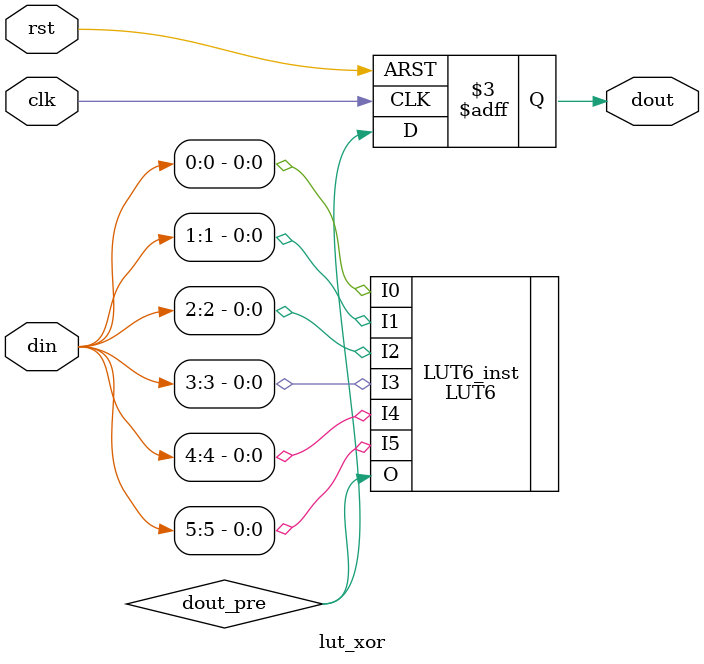
<source format=v>

`timescale 1ns/1ps 

// *******************
// INFORMATION
// *******************


//*******************
//DEFINE(s)
//*******************
//`define UDLY 1    //Unit delay, for non-blocking assignments in sequential logic



//*******************
//DEFINE MODULE PORT
//*******************
module  lut_xor   (     
            input 		clk   ,
            input 		rst   ,
            input [5:0] din   ,
            output reg  dout        
              ) ;

//*******************
//DEFINE LOCAL PARAMETER
//*******************
//parameter(s)
                                    
 

//*********************
//INNER SIGNAL DECLARATION
//*********************
//REGS
  

//WIRES
  wire dout_pre ;

//*********************
//INSTANTCE MODULE
//*********************

   LUT6 #(
      .INIT(64'h6996966996696996)  // Specify LUT Contents
   ) LUT6_inst (
      .O(dout_pre),   // LUT general output
      .I0(din[0]), // LUT input
      .I1(din[1]), // LUT input
      .I2(din[2]), // LUT input
      .I3(din[3]), // LUT input
      .I4(din[4]), // LUT input
      .I5(din[5])  // LUT input
   );


//*********************
//MAIN CORE
//********************* 

always @(posedge clk or posedge rst) begin
	if (rst == 1'b1) begin
		dout <= 'd0 ;
	end
    else begin
       dout <= dout_pre ; 
    end
end



//*********************
endmodule   
</source>
